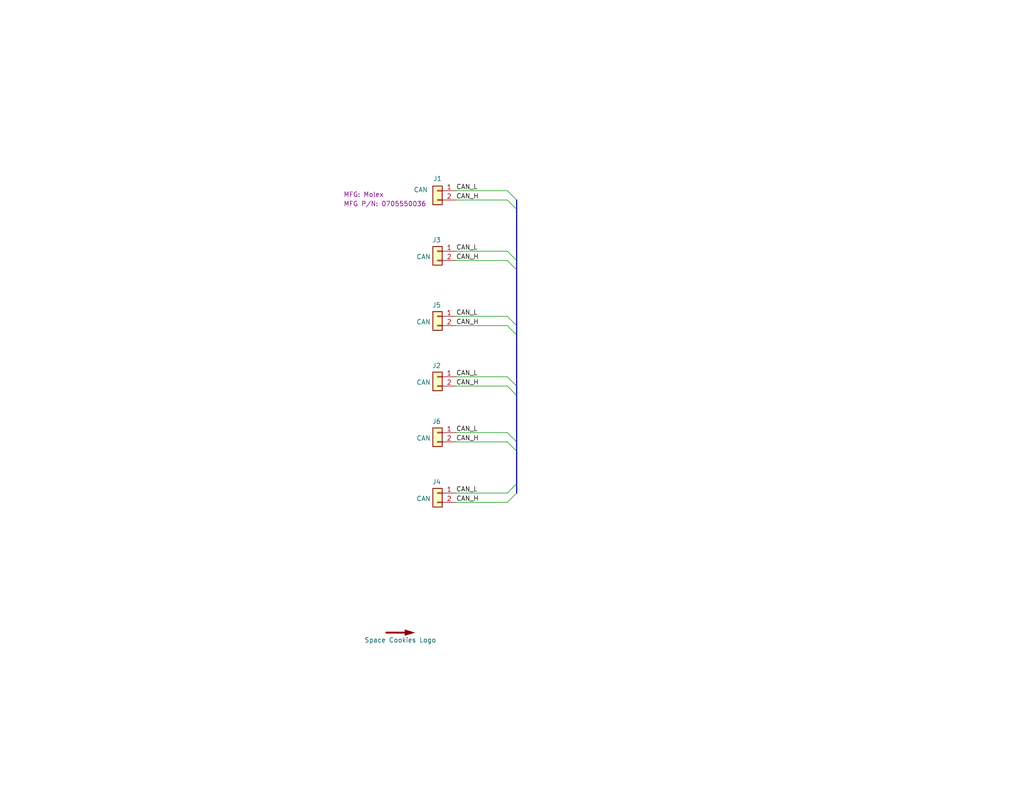
<source format=kicad_sch>
(kicad_sch (version 20250114) (generator "eeschema") (generator_version "9.0")
  (paper "A")
  (title_block (title "CAN Hub") (date "2026-01-22") (rev "1"))
  (lib_symbols
    (symbol "Connector_Generic:Conn_01x02" (pin_names (offset 1.016) (hide yes))
      (property "Reference" "J" (at 0 2.54 0))
      (property "Value" "Conn_01x02" (at 0 -5.08 0))
      (symbol "Conn_01x02_1_1"
        (rectangle (start -1.27 1.27) (end 1.27 -3.81) (stroke (width 0.254)) (fill (type background)))
        (rectangle (start -1.27 0.127) (end 0 -0.127) (stroke (width 0.1524)))
        (rectangle (start -1.27 -2.413) (end 0 -2.667) (stroke (width 0.1524)))
        (pin passive line (at -5.08 0 0) (length 3.81) (name "Pin_1") (number "1"))
        (pin passive line (at -5.08 -2.54 0) (length 3.81) (name "Pin_2") (number "2"))
      )
    )
    (symbol "Graphic:SYM_Arrow_Large" (in_bom no) (on_board no)
      (symbol "SYM_Arrow_Large_0_1"
        (polyline (pts (xy 2.54 0) (xy -3.81 0)) (stroke (width 0.508)))
        (polyline (pts (xy 3.81 0) (xy 1.27 -0.762) (xy 1.27 0.762) (xy 3.81 0)) (fill (type outline)))
      )
    )
  )
  (bus_entry (at 138.43 134.62) (size 2.54 -2.54))
  (bus_entry (at 138.43 120.65) (size 2.54 2.54))
  (bus_entry (at 138.43 105.41) (size 2.54 2.54))
  (bus_entry (at 138.43 71.12) (size 2.54 2.54))
  (bus_entry (at 138.43 52.07) (size 2.54 2.54))
  (bus_entry (at 138.43 54.61) (size 2.54 2.54))
  (bus_entry (at 138.43 86.36) (size 2.54 2.54))
  (bus_entry (at 138.43 102.87) (size 2.54 2.54))
  (bus_entry (at 138.43 68.58) (size 2.54 2.54))
  (bus_entry (at 138.43 118.11) (size 2.54 2.54))
  (bus_entry (at 138.43 88.9) (size 2.54 2.54))
  (bus_entry (at 138.43 137.16) (size 2.54 -2.54))
  (bus (pts (xy 140.97 91.44) (xy 140.97 105.41)))
  (bus (pts (xy 140.97 71.12) (xy 140.97 73.66)))
  (bus (pts (xy 140.97 73.66) (xy 140.97 88.9)))
  (wire (pts (xy 124.46 137.16) (xy 138.43 137.16)))
  (bus (pts (xy 140.97 123.19) (xy 140.97 132.08)))
  (wire (pts (xy 124.46 54.61) (xy 138.43 54.61)))
  (wire (pts (xy 124.46 120.65) (xy 138.43 120.65)))
  (wire (pts (xy 124.46 86.36) (xy 138.43 86.36)))
  (wire (pts (xy 124.46 68.58) (xy 138.43 68.58)))
  (wire (pts (xy 124.46 71.12) (xy 138.43 71.12)))
  (wire (pts (xy 124.46 105.41) (xy 138.43 105.41)))
  (wire (pts (xy 124.46 118.11) (xy 138.43 118.11)))
  (bus (pts (xy 140.97 88.9) (xy 140.97 91.44)))
  (wire (pts (xy 124.46 134.62) (xy 138.43 134.62)))
  (bus (pts (xy 140.97 105.41) (xy 140.97 107.95)))
  (bus (pts (xy 140.97 107.95) (xy 140.97 120.65)))
  (bus (pts (xy 140.97 57.15) (xy 140.97 71.12)))
  (bus (pts (xy 140.97 132.08) (xy 140.97 134.62)))
  (bus (pts (xy 140.97 120.65) (xy 140.97 123.19)))
  (bus (pts (xy 140.97 54.61) (xy 140.97 57.15)))
  (wire (pts (xy 124.46 52.07) (xy 138.43 52.07)))
  (wire (pts (xy 124.46 102.87) (xy 138.43 102.87)))
  (wire (pts (xy 124.46 88.9) (xy 138.43 88.9)))
  (label "CAN_H" (at 124.46 54.61 0))
  (label "CAN_L" (at 124.46 134.62 0))
  (label "CAN_L" (at 124.46 52.07 0))
  (label "CAN_H" (at 124.46 71.12 0))
  (label "CAN_H" (at 124.46 120.65 0))
  (label "CAN_L" (at 124.46 118.11 0))
  (label "CAN_L" (at 124.46 102.87 0))
  (label "CAN_H" (at 124.46 105.41 0))
  (label "CAN_L" (at 124.46 86.36 0))
  (label "CAN_H" (at 124.46 137.16 0))
  (label "CAN_H" (at 124.46 88.9 0))
  (label "CAN_L" (at 124.46 68.58 0))
  (symbol (lib_id "Connector_Generic:Conn_01x02") (at 119.38 118.11 0) (mirror y) (unit 1)
    (property "Reference" "J6" (at 119.126 115.062 0))
    (property "Value" "CAN" (at 115.57 119.634 0))
    (property "Footprint" "CAN-hub:Molex-70555-0001" (effects (hide yes)))
    (property "Datasheet" "Components/Molex-70555-0001.pdf" (effects (hide yes)))
    (property "Description" "Generic connector, single row, 01x02, script generated (kicad-library-utils/schlib/autogen/connector/)" (effects (hide yes)))
    (property "MFG" "Molex" (effects (hide yes)))
    (property "MFG P/N" "0705550036" (effects (hide yes)))
    (property "DIST" "Digikey" (effects (hide yes)))
    (property "DIST P/N" "WM4175-ND" (effects (hide yes)))
  )
  (symbol (lib_id "Connector_Generic:Conn_01x02") (at 119.38 68.58 0) (mirror y) (unit 1)
    (property "Reference" "J3" (at 119.126 65.532 0))
    (property "Value" "CAN" (at 115.57 70.104 0))
    (property "Footprint" "CAN-hub:Molex-70555-0001" (effects (hide yes)))
    (property "Datasheet" "Components/Molex-70555-0001.pdf" (effects (hide yes)))
    (property "Description" "Generic connector, single row, 01x02, script generated (kicad-library-utils/schlib/autogen/connector/)" (effects (hide yes)))
    (property "MFG" "Molex" (effects (hide yes)))
    (property "MFG P/N" "0705550036" (effects (hide yes)))
    (property "DIST" "Digikey" (effects (hide yes)))
    (property "DIST P/N" "WM4175-ND" (effects (hide yes)))
  )
  (symbol (lib_id "Connector_Generic:Conn_01x02") (at 119.38 102.87 0) (mirror y) (unit 1)
    (property "Reference" "J2" (at 119.126 99.822 0))
    (property "Value" "CAN" (at 115.57 104.394 0))
    (property "Footprint" "CAN-hub:Molex-70555-0001" (effects (hide yes)))
    (property "Datasheet" "Components/Molex-70555-0001.pdf" (effects (hide yes)))
    (property "Description" "Generic connector, single row, 01x02, script generated (kicad-library-utils/schlib/autogen/connector/)" (effects (hide yes)))
    (property "MFG" "Molex" (effects (hide yes)))
    (property "MFG P/N" "0705550036" (effects (hide yes)))
    (property "DIST" "Digikey" (effects (hide yes)))
    (property "DIST P/N" "WM4175-ND" (effects (hide yes)))
  )
  (symbol (lib_id "Graphic:SYM_Arrow_Large") (at 109.22 172.72 0) (unit 1) (in_bom no)
    (property "Reference" "G1" (effects (hide yes)))
    (property "Value" "Space Cookies Logo" (at 109.22 174.752 0))
    (property "Footprint" "CAN-hub:SPACE_COOKIES_LOGO_7mm" (effects (hide yes)))
    (property "Description" "Filled arrow, 300mil" (effects (hide yes)))
  )
  (symbol (lib_id "Connector_Generic:Conn_01x02") (at 119.38 52.07 0) (mirror y) (unit 1)
    (property "Reference" "J1" (at 119.38 48.768 0))
    (property "Value" "CAN" (at 114.808 51.816 0))
    (property "Footprint" "CAN-hub:Molex-70555-0001" (effects (hide yes)))
    (property "Datasheet" "Components/Molex-70555-0001.pdf" (effects (hide yes)))
    (property "Description" "Generic connector, single row, 01x02, script generated (kicad-library-utils/schlib/autogen/connector/)" (effects (hide yes)))
    (property "MFG" "Molex" (at 93.726 53.086 0) (show_name yes) (effects (justify right)))
    (property "MFG P/N" "0705550036" (at 93.726 55.626 0) (show_name yes) (effects (justify right)))
    (property "DIST" "Digikey" (effects (hide yes)))
    (property "DIST P/N" "WM4175-ND" (effects (hide yes)))
  )
  (symbol (lib_id "Connector_Generic:Conn_01x02") (at 119.38 134.62 0) (mirror y) (unit 1)
    (property "Reference" "J4" (at 119.126 131.572 0))
    (property "Value" "CAN" (at 115.57 136.144 0))
    (property "Footprint" "CAN-hub:Molex-70555-0001" (effects (hide yes)))
    (property "Datasheet" "Components/Molex-70555-0001.pdf" (effects (hide yes)))
    (property "Description" "Generic connector, single row, 01x02, script generated (kicad-library-utils/schlib/autogen/connector/)" (effects (hide yes)))
    (property "MFG" "Molex" (effects (hide yes)))
    (property "MFG P/N" "0705550036" (effects (hide yes)))
    (property "DIST" "Digikey" (effects (hide yes)))
    (property "DIST P/N" "WM4175-ND" (effects (hide yes)))
  )
  (symbol (lib_id "Connector_Generic:Conn_01x02") (at 119.38 86.36 0) (mirror y) (unit 1)
    (property "Reference" "J5" (at 119.126 83.312 0))
    (property "Value" "CAN" (at 115.57 87.884 0))
    (property "Footprint" "CAN-hub:Molex-70555-0001" (effects (hide yes)))
    (property "Datasheet" "Components/Molex-70555-0001.pdf" (effects (hide yes)))
    (property "Description" "Generic connector, single row, 01x02, script generated (kicad-library-utils/schlib/autogen/connector/)" (effects (hide yes)))
    (property "MFG" "Molex" (effects (hide yes)))
    (property "MFG P/N" "0705550036" (effects (hide yes)))
    (property "DIST" "Digikey" (effects (hide yes)))
    (property "DIST P/N" "WM4175-ND" (effects (hide yes)))
  )
)
</source>
